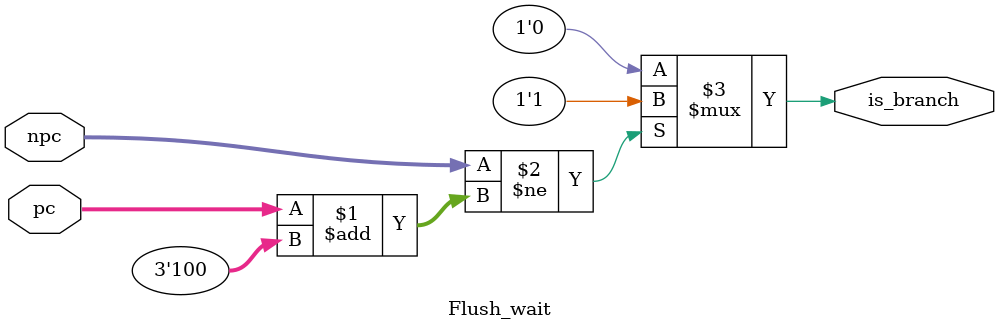
<source format=v>
`timescale 1ns / 1ps


module Flush_wait(
    input wire[31:0] npc,                   // ÏÂÒ»µØÖ·
    input wire[31:0] pc,                    // µ±Ç°µØÖ·
    // input wire is_load,                     // ÊÇ·ñÎªloadÖ¸Áî
    // input wire is_load_stop,                // loadÐÍÖ¸ÁîÊÇ·ñÔÝÍ£´ÎÊýÊÇ·ñÍê±Ï 
    output wire is_branch                  // ÊÇ·ÖÖ§
    // output wire load_stop                   // ÊÇloadÐÍÖ¸Áî
    );

    assign is_branch = (npc != pc+3'd4) ? 1'b1 : 1'b0;
    // assign load_stop = (is_load) ? 1'b1 : 1'b0;
    
endmodule

</source>
